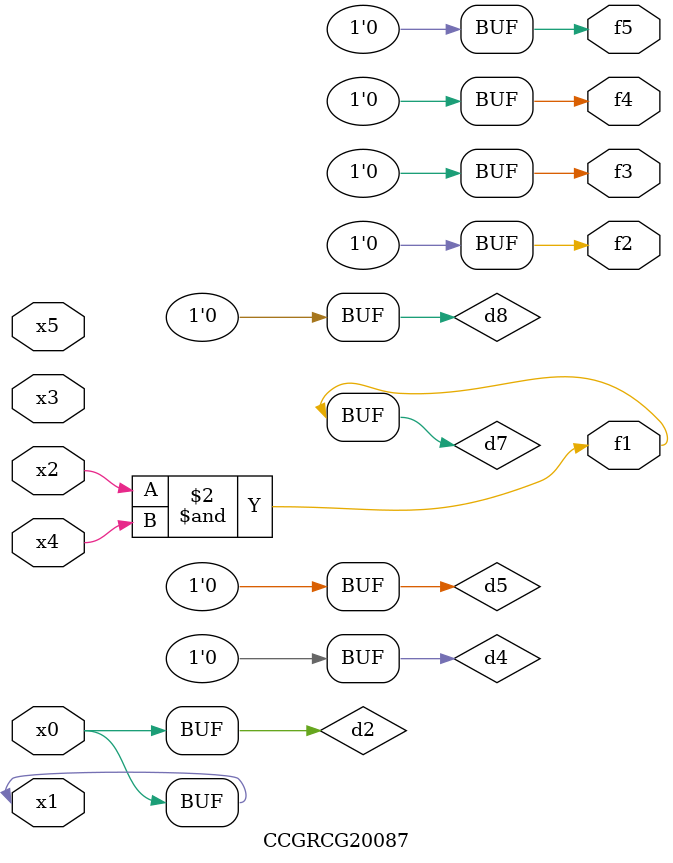
<source format=v>
module CCGRCG20087(
	input x0, x1, x2, x3, x4, x5,
	output f1, f2, f3, f4, f5
);

	wire d1, d2, d3, d4, d5, d6, d7, d8, d9;

	nand (d1, x1);
	buf (d2, x0, x1);
	nand (d3, x2, x4);
	and (d4, d1, d2);
	and (d5, d1, d2);
	nand (d6, d1, d3);
	not (d7, d3);
	xor (d8, d5);
	nor (d9, d5, d6);
	assign f1 = d7;
	assign f2 = d8;
	assign f3 = d8;
	assign f4 = d8;
	assign f5 = d8;
endmodule

</source>
